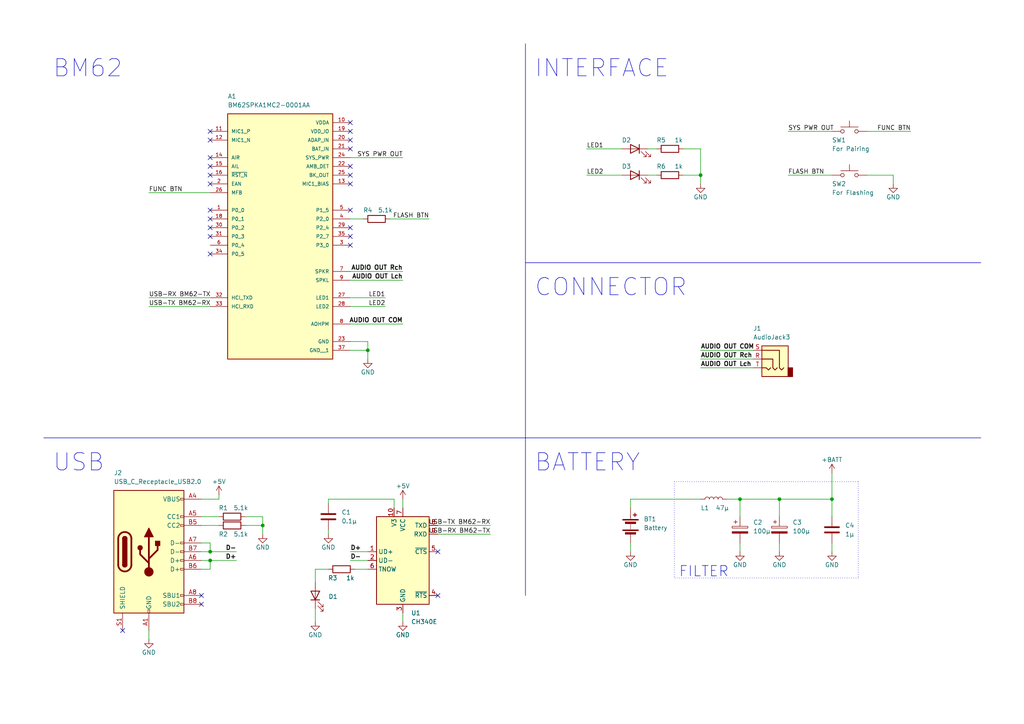
<source format=kicad_sch>
(kicad_sch (version 20230121) (generator eeschema)
  (paper "A4")
  (title_block (date "2023-12-02") (company "shirokuma89dev"))
  (lib_symbols
    (symbol "BM62SPKA1MC2-0001AA:BM62SPKA1MC2-0001AA" (pin_names (offset 1.016))
      (property "Reference" "A" (at -15.2666 36.3855 0))
      (property "Value" "BM62SPKA1MC2-0001AA" (at -15.2703 -38.1708 0))
      (symbol "BM62SPKA1MC2-0001AA_0_0"
        (rectangle (start -15.24 -35.56) (end 15.24 35.56) (stroke (width 0.254)) (fill (type background)))
        (pin bidirectional line (at -20.32 7.62 0) (length 5.08) (name "P0_0") (number "1"))
        (pin power_in line (at 20.32 33.02 180) (length 5.08) (name "VDDA") (number "10"))
        (pin input line (at -20.32 30.48 0) (length 5.08) (name "MIC1_P") (number "11"))
        (pin input line (at -20.32 27.94 0) (length 5.08) (name "MIC1_N") (number "12"))
        (pin power_in line (at 20.32 15.24 180) (length 5.08) (name "MIC1_BIAS") (number "13"))
        (pin input line (at -20.32 22.86 0) (length 5.08) (name "AIR") (number "14"))
        (pin input line (at -20.32 20.32 0) (length 5.08) (name "AIL") (number "15"))
        (pin input line (at -20.32 17.78 0) (length 5.08) (name "~{RST_N}") (number "16"))
        (pin bidirectional line (at -20.32 5.08 0) (length 5.08) (name "P0_1") (number "18"))
        (pin power_in line (at 20.32 30.48 180) (length 5.08) (name "VDD_IO") (number "19"))
        (pin input line (at -20.32 15.24 0) (length 5.08) (name "EAN") (number "2"))
        (pin power_in line (at 20.32 27.94 180) (length 5.08) (name "ADAP_IN") (number "20"))
        (pin power_in line (at 20.32 25.4 180) (length 5.08) (name "BAT_IN") (number "21"))
        (pin power_in line (at 20.32 20.32 180) (length 5.08) (name "AMB_DET") (number "22"))
        (pin power_in line (at 20.32 -30.48 180) (length 5.08) (name "GND") (number "23"))
        (pin power_in line (at 20.32 22.86 180) (length 5.08) (name "SYS_PWR") (number "24"))
        (pin power_in line (at 20.32 17.78 180) (length 5.08) (name "BK_OUT") (number "25"))
        (pin input line (at -20.32 12.7 0) (length 5.08) (name "MFB") (number "26"))
        (pin output line (at 20.32 -17.78 180) (length 5.08) (name "LED1") (number "27"))
        (pin output line (at 20.32 -20.32 180) (length 5.08) (name "LED2") (number "28"))
        (pin bidirectional line (at 20.32 2.54 180) (length 5.08) (name "P2_4") (number "29"))
        (pin bidirectional line (at 20.32 -2.54 180) (length 5.08) (name "P3_0") (number "3"))
        (pin bidirectional line (at -20.32 2.54 0) (length 5.08) (name "P0_2") (number "30"))
        (pin bidirectional line (at -20.32 0 0) (length 5.08) (name "P0_3") (number "31"))
        (pin bidirectional line (at -20.32 -17.78 0) (length 5.08) (name "HCI_TXD") (number "32"))
        (pin bidirectional line (at -20.32 -20.32 0) (length 5.08) (name "HCI_RXD") (number "33"))
        (pin bidirectional line (at -20.32 -5.08 0) (length 5.08) (name "P0_5") (number "34"))
        (pin bidirectional line (at 20.32 0 180) (length 5.08) (name "P2_7") (number "35"))
        (pin power_in line (at 20.32 -33.02 180) (length 5.08) (name "GND__1") (number "37"))
        (pin bidirectional line (at 20.32 5.08 180) (length 5.08) (name "P2_0") (number "4"))
        (pin bidirectional line (at 20.32 7.62 180) (length 5.08) (name "P1_5") (number "5"))
        (pin bidirectional line (at -20.32 -2.54 0) (length 5.08) (name "P0_4") (number "6"))
        (pin output line (at 20.32 -10.16 180) (length 5.08) (name "SPKR") (number "7"))
        (pin output line (at 20.32 -25.4 180) (length 5.08) (name "AOHPM") (number "8"))
        (pin output line (at 20.32 -12.7 180) (length 5.08) (name "SPKL") (number "9"))
      )
    )
    (symbol "Connector:USB_C_Receptacle_USB2.0" (pin_names (offset 1.016))
      (property "Reference" "J" (at -10.16 19.05 0))
      (property "Value" "USB_C_Receptacle_USB2.0" (at 19.05 19.05 0))
      (symbol "USB_C_Receptacle_USB2.0_0_0"
        (rectangle (start -0.254 -17.78) (end 0.254 -16.764))
        (rectangle (start 10.16 -14.986) (end 9.144 -15.494))
        (rectangle (start 10.16 -12.446) (end 9.144 -12.954))
        (rectangle (start 10.16 -4.826) (end 9.144 -5.334))
        (rectangle (start 10.16 -2.286) (end 9.144 -2.794))
        (rectangle (start 10.16 0.254) (end 9.144 -0.254))
        (rectangle (start 10.16 2.794) (end 9.144 2.286))
        (rectangle (start 10.16 7.874) (end 9.144 7.366))
        (rectangle (start 10.16 10.414) (end 9.144 9.906))
        (rectangle (start 10.16 15.494) (end 9.144 14.986))
      )
      (symbol "USB_C_Receptacle_USB2.0_0_1"
        (rectangle (start -10.16 17.78) (end 10.16 -17.78) (stroke (width 0.254)) (fill (type background)))
        (arc (start -8.89 -3.81) (mid -6.985 -5.7067) (end -5.08 -3.81) (stroke (width 0.508)))
        (arc (start -7.62 -3.81) (mid -6.985 -4.4423) (end -6.35 -3.81) (stroke (width 0.254)))
        (arc (start -7.62 -3.81) (mid -6.985 -4.4423) (end -6.35 -3.81) (stroke (width 0.254)) (fill (type outline)))
        (rectangle (start -7.62 -3.81) (end -6.35 3.81) (stroke (width 0.254)) (fill (type outline)))
        (arc (start -6.35 3.81) (mid -6.985 4.4423) (end -7.62 3.81) (stroke (width 0.254)))
        (arc (start -6.35 3.81) (mid -6.985 4.4423) (end -7.62 3.81) (stroke (width 0.254)) (fill (type outline)))
        (arc (start -5.08 3.81) (mid -6.985 5.7067) (end -8.89 3.81) (stroke (width 0.508)))
        (circle (center -2.54 1.143) (radius 0.635) (stroke (width 0.254)) (fill (type outline)))
        (circle (center 0 -5.842) (radius 1.27) (fill (type outline)))
        (polyline (pts (xy -8.89 -3.81) (xy -8.89 3.81)) (stroke (width 0.508)))
        (polyline (pts (xy -5.08 3.81) (xy -5.08 -3.81)) (stroke (width 0.508)))
        (polyline (pts (xy 0 -5.842) (xy 0 4.318)) (stroke (width 0.508)))
        (polyline (pts (xy 0 -3.302) (xy -2.54 -0.762) (xy -2.54 0.508)) (stroke (width 0.508)))
        (polyline (pts (xy 0 -2.032) (xy 2.54 0.508) (xy 2.54 1.778)) (stroke (width 0.508)))
        (polyline (pts (xy -1.27 4.318) (xy 0 6.858) (xy 1.27 4.318) (xy -1.27 4.318)) (stroke (width 0.254)) (fill (type outline)))
        (rectangle (start 1.905 1.778) (end 3.175 3.048) (stroke (width 0.254)) (fill (type outline)))
      )
      (symbol "USB_C_Receptacle_USB2.0_1_1"
        (pin passive line (at 0 -22.86 90) (length 5.08) (name "GND") (number "A1"))
        (pin passive line (at 0 -22.86 90) (length 5.08) hide (name "GND") (number "A12"))
        (pin passive line (at 15.24 15.24 180) (length 5.08) (name "VBUS") (number "A4"))
        (pin bidirectional line (at 15.24 10.16 180) (length 5.08) (name "CC1") (number "A5"))
        (pin bidirectional line (at 15.24 -2.54 180) (length 5.08) (name "D+") (number "A6"))
        (pin bidirectional line (at 15.24 2.54 180) (length 5.08) (name "D-") (number "A7"))
        (pin bidirectional line (at 15.24 -12.7 180) (length 5.08) (name "SBU1") (number "A8"))
        (pin passive line (at 15.24 15.24 180) (length 5.08) hide (name "VBUS") (number "A9"))
        (pin passive line (at 0 -22.86 90) (length 5.08) hide (name "GND") (number "B1"))
        (pin passive line (at 0 -22.86 90) (length 5.08) hide (name "GND") (number "B12"))
        (pin passive line (at 15.24 15.24 180) (length 5.08) hide (name "VBUS") (number "B4"))
        (pin bidirectional line (at 15.24 7.62 180) (length 5.08) (name "CC2") (number "B5"))
        (pin bidirectional line (at 15.24 -5.08 180) (length 5.08) (name "D+") (number "B6"))
        (pin bidirectional line (at 15.24 0 180) (length 5.08) (name "D-") (number "B7"))
        (pin bidirectional line (at 15.24 -15.24 180) (length 5.08) (name "SBU2") (number "B8"))
        (pin passive line (at 15.24 15.24 180) (length 5.08) hide (name "VBUS") (number "B9"))
        (pin passive line (at -7.62 -22.86 90) (length 5.08) (name "SHIELD") (number "S1"))
      )
    )
    (symbol "Connector_Audio:AudioJack3"
      (property "Reference" "J" (at 0 8.89 0))
      (property "Value" "AudioJack3" (at 0 6.35 0))
      (symbol "AudioJack3_0_1"
        (rectangle (start -5.08 -5.08) (end -6.35 -2.54) (stroke (width 0.254)) (fill (type outline)))
        (polyline (pts (xy 0 -2.54) (xy 0.635 -3.175) (xy 1.27 -2.54) (xy 2.54 -2.54)) (stroke (width 0.254)))
        (polyline (pts (xy -1.905 -2.54) (xy -1.27 -3.175) (xy -0.635 -2.54) (xy -0.635 0) (xy 2.54 0)) (stroke (width 0.254)))
        (polyline (pts (xy 2.54 2.54) (xy -2.54 2.54) (xy -2.54 -2.54) (xy -3.175 -3.175) (xy -3.81 -2.54)) (stroke (width 0.254)))
        (rectangle (start 2.54 3.81) (end -5.08 -5.08) (stroke (width 0.254)) (fill (type background)))
      )
      (symbol "AudioJack3_1_1"
        (pin passive line (at 5.08 0 180) (length 2.54) (name "~") (number "R"))
        (pin passive line (at 5.08 2.54 180) (length 2.54) (name "~") (number "S"))
        (pin passive line (at 5.08 -2.54 180) (length 2.54) (name "~") (number "T"))
      )
    )
    (symbol "Device:Battery" (pin_numbers hide) (pin_names (offset 0) hide)
      (property "Reference" "BT" (at 2.54 2.54 0))
      (property "Value" "Battery" (at 2.54 0 0))
      (symbol "Battery_0_1"
        (rectangle (start -2.286 -1.27) (end 2.286 -1.524) (fill (type outline)))
        (rectangle (start -2.286 1.778) (end 2.286 1.524) (fill (type outline)))
        (rectangle (start -1.524 -2.032) (end 1.524 -2.54) (fill (type outline)))
        (rectangle (start -1.524 1.016) (end 1.524 0.508) (fill (type outline)))
        (polyline (pts (xy 0 -1.016) (xy 0 -0.762)))
        (polyline (pts (xy 0 -0.508) (xy 0 -0.254)))
        (polyline (pts (xy 0 0) (xy 0 0.254)))
        (polyline (pts (xy 0 1.778) (xy 0 2.54)))
        (polyline (pts (xy 0.762 3.048) (xy 1.778 3.048)) (stroke (width 0.254)))
        (polyline (pts (xy 1.27 3.556) (xy 1.27 2.54)) (stroke (width 0.254)))
      )
      (symbol "Battery_1_1"
        (pin passive line (at 0 5.08 270) (length 2.54) (name "+") (number "1"))
        (pin passive line (at 0 -5.08 90) (length 2.54) (name "-") (number "2"))
      )
    )
    (symbol "Device:C" (pin_numbers hide) (pin_names (offset 0.254))
      (property "Reference" "C" (at 0.635 2.54 0))
      (property "Value" "C" (at 0.635 -2.54 0))
      (symbol "C_0_1"
        (polyline (pts (xy -2.032 -0.762) (xy 2.032 -0.762)) (stroke (width 0.508)))
        (polyline (pts (xy -2.032 0.762) (xy 2.032 0.762)) (stroke (width 0.508)))
      )
      (symbol "C_1_1"
        (pin passive line (at 0 3.81 270) (length 2.794) (name "~") (number "1"))
        (pin passive line (at 0 -3.81 90) (length 2.794) (name "~") (number "2"))
      )
    )
    (symbol "Device:C_Polarized" (pin_numbers hide) (pin_names (offset 0.254))
      (property "Reference" "C" (at 0.635 2.54 0))
      (property "Value" "C_Polarized" (at 0.635 -2.54 0))
      (symbol "C_Polarized_0_1"
        (rectangle (start -2.286 0.508) (end 2.286 1.016))
        (polyline (pts (xy -1.778 2.286) (xy -0.762 2.286)))
        (polyline (pts (xy -1.27 2.794) (xy -1.27 1.778)))
        (rectangle (start 2.286 -0.508) (end -2.286 -1.016) (fill (type outline)))
      )
      (symbol "C_Polarized_1_1"
        (pin passive line (at 0 3.81 270) (length 2.794) (name "~") (number "1"))
        (pin passive line (at 0 -3.81 90) (length 2.794) (name "~") (number "2"))
      )
    )
    (symbol "Device:L" (pin_numbers hide) (pin_names (offset 1.016) hide)
      (property "Reference" "L" (at -1.27 0 90))
      (property "Value" "L" (at 1.905 0 90))
      (symbol "L_0_1"
        (arc (start 0 -2.54) (mid 0.6323 -1.905) (end 0 -1.27))
        (arc (start 0 -1.27) (mid 0.6323 -0.635) (end 0 0))
        (arc (start 0 0) (mid 0.6323 0.635) (end 0 1.27))
        (arc (start 0 1.27) (mid 0.6323 1.905) (end 0 2.54))
      )
      (symbol "L_1_1"
        (pin passive line (at 0 3.81 270) (length 1.27) (name "1") (number "1"))
        (pin passive line (at 0 -3.81 90) (length 1.27) (name "2") (number "2"))
      )
    )
    (symbol "Device:LED" (pin_numbers hide) (pin_names (offset 1.016) hide)
      (property "Reference" "D" (at 0 2.54 0))
      (property "Value" "LED" (at 0 -2.54 0))
      (symbol "LED_0_1"
        (polyline (pts (xy -1.27 -1.27) (xy -1.27 1.27)) (stroke (width 0.254)))
        (polyline (pts (xy -1.27 0) (xy 1.27 0)))
        (polyline (pts (xy 1.27 -1.27) (xy 1.27 1.27) (xy -1.27 0) (xy 1.27 -1.27)) (stroke (width 0.254)))
        (polyline (pts (xy -3.048 -0.762) (xy -4.572 -2.286) (xy -3.81 -2.286) (xy -4.572 -2.286) (xy -4.572 -1.524)))
        (polyline (pts (xy -1.778 -0.762) (xy -3.302 -2.286) (xy -2.54 -2.286) (xy -3.302 -2.286) (xy -3.302 -1.524)))
      )
      (symbol "LED_1_1"
        (pin passive line (at -3.81 0 0) (length 2.54) (name "K") (number "1"))
        (pin passive line (at 3.81 0 180) (length 2.54) (name "A") (number "2"))
      )
    )
    (symbol "Device:R" (pin_numbers hide) (pin_names (offset 0))
      (property "Reference" "R" (at 2.032 0 90))
      (property "Value" "R" (at 0 0 90))
      (symbol "R_0_1"
        (rectangle (start -1.016 -2.54) (end 1.016 2.54) (stroke (width 0.254)))
      )
      (symbol "R_1_1"
        (pin passive line (at 0 3.81 270) (length 1.27) (name "~") (number "1"))
        (pin passive line (at 0 -3.81 90) (length 1.27) (name "~") (number "2"))
      )
    )
    (symbol "Interface_USB:CH340E"
      (property "Reference" "U" (at -5.08 13.97 0))
      (property "Value" "CH340E" (at 1.27 13.97 0))
      (symbol "CH340E_0_1"
        (rectangle (start -7.62 12.7) (end 7.62 -12.7) (stroke (width 0.254)) (fill (type background)))
      )
      (symbol "CH340E_1_1"
        (pin bidirectional line (at -10.16 2.54 0) (length 2.54) (name "UD+") (number "1"))
        (pin passive line (at -2.54 15.24 270) (length 2.54) (name "V3") (number "10"))
        (pin bidirectional line (at -10.16 0 0) (length 2.54) (name "UD-") (number "2"))
        (pin power_in line (at 0 -15.24 90) (length 2.54) (name "GND") (number "3"))
        (pin output line (at 10.16 -10.16 180) (length 2.54) (name "~{RTS}") (number "4"))
        (pin input line (at 10.16 2.54 180) (length 2.54) (name "~{CTS}") (number "5"))
        (pin output line (at -10.16 -2.54 0) (length 2.54) (name "TNOW") (number "6"))
        (pin power_in line (at 0 15.24 270) (length 2.54) (name "VCC") (number "7"))
        (pin output line (at 10.16 10.16 180) (length 2.54) (name "TXD") (number "8"))
        (pin input line (at 10.16 7.62 180) (length 2.54) (name "RXD") (number "9"))
      )
    )
    (symbol "Switch:SW_Push" (pin_numbers hide) (pin_names (offset 1.016) hide)
      (property "Reference" "SW" (at 1.27 2.54 0))
      (property "Value" "SW_Push" (at 0 -1.524 0))
      (symbol "SW_Push_0_1"
        (circle (center -2.032 0) (radius 0.508))
        (polyline (pts (xy 0 1.27) (xy 0 3.048)))
        (polyline (pts (xy 2.54 1.27) (xy -2.54 1.27)))
        (circle (center 2.032 0) (radius 0.508))
        (pin passive line (at -5.08 0 0) (length 2.54) (name "1") (number "1"))
        (pin passive line (at 5.08 0 180) (length 2.54) (name "2") (number "2"))
      )
    )
    (symbol "power:+5V" (power) (pin_names (offset 0))
      (property "Value" "+5V" (at 0 3.556 0))
      (symbol "+5V_0_1"
        (polyline (pts (xy -0.762 1.27) (xy 0 2.54)))
        (polyline (pts (xy 0 0) (xy 0 2.54)))
        (polyline (pts (xy 0 2.54) (xy 0.762 1.27)))
      )
      (symbol "+5V_1_1"
        (pin power_in line (at 0 0 90) (length 0) hide (name "+5V") (number "1"))
      )
    )
    (symbol "power:+BATT" (power) (pin_names (offset 0))
      (property "Value" "+BATT" (at 0 3.556 0))
      (symbol "+BATT_0_1"
        (polyline (pts (xy -0.762 1.27) (xy 0 2.54)))
        (polyline (pts (xy 0 0) (xy 0 2.54)))
        (polyline (pts (xy 0 2.54) (xy 0.762 1.27)))
      )
      (symbol "+BATT_1_1"
        (pin power_in line (at 0 0 90) (length 0) hide (name "+BATT") (number "1"))
      )
    )
    (symbol "power:GND" (power) (pin_names (offset 0))
      (property "Value" "GND" (at 0 -3.81 0))
      (symbol "GND_0_1"
        (polyline (pts (xy 0 0) (xy 0 -1.27) (xy 1.27 -1.27) (xy 0 -2.54) (xy -1.27 -1.27) (xy 0 -1.27)))
      )
      (symbol "GND_1_1"
        (pin power_in line (at 0 0 270) (length 0) hide (name "GND") (number "1"))
      )
    )
  )
  (junction (at 106.68 101.6))
  (junction (at 60.96 160.02))
  (junction (at 214.63 144.78))
  (junction (at 76.2 152.4))
  (junction (at 226.06 144.78))
  (junction (at 60.96 162.56))
  (junction (at 203.2 50.8))
  (junction (at 241.3 144.78))
  (no_connect (at 60.96 48.26))
  (no_connect (at 101.6 60.96))
  (no_connect (at 60.96 60.96))
  (no_connect (at 60.96 40.64))
  (no_connect (at 101.6 40.64))
  (no_connect (at 101.6 66.04))
  (no_connect (at 60.96 53.34))
  (no_connect (at 60.96 38.1))
  (no_connect (at 101.6 43.18))
  (no_connect (at 58.42 172.72))
  (no_connect (at 60.96 63.5))
  (no_connect (at 60.96 66.04))
  (no_connect (at 60.96 68.58))
  (no_connect (at 101.6 53.34))
  (no_connect (at 127 160.02))
  (no_connect (at 60.96 45.72))
  (no_connect (at 101.6 68.58))
  (no_connect (at 101.6 50.8))
  (no_connect (at 101.6 38.1))
  (no_connect (at 60.96 50.8))
  (no_connect (at 58.42 175.26))
  (no_connect (at 101.6 35.56))
  (no_connect (at 35.56 182.88))
  (no_connect (at 127 172.72))
  (no_connect (at 101.6 71.12))
  (no_connect (at 101.6 48.26))
  (no_connect (at 60.96 73.66))
  (wire (pts (xy 101.6 63.5) (xy 105.41 63.5)))
  (wire (pts (xy 101.6 45.72) (xy 116.84 45.72)))
  (wire (pts (xy 228.6 50.8) (xy 241.3 50.8)))
  (wire (pts (xy 214.63 149.86) (xy 214.63 144.78)))
  (wire (pts (xy 218.44 104.14) (xy 203.2 104.14)))
  (wire (pts (xy 101.6 81.28) (xy 116.84 81.28)))
  (wire (pts (xy 116.84 177.8) (xy 116.84 180.34)))
  (polyline (pts (xy 248.92 139.7) (xy 248.92 167.64)) (stroke (width 0) (type dot)))
  (wire (pts (xy 259.08 50.8) (xy 251.46 50.8)))
  (wire (pts (xy 106.68 99.06) (xy 106.68 101.6)))
  (wire (pts (xy 101.6 86.36) (xy 111.76 86.36)))
  (polyline (pts (xy 152.4 76.2) (xy 284.48 76.2)))
  (wire (pts (xy 241.3 149.86) (xy 241.3 144.78)))
  (wire (pts (xy 170.18 43.18) (xy 180.34 43.18)))
  (wire (pts (xy 43.18 55.88) (xy 60.96 55.88)))
  (polyline (pts (xy 195.58 139.7) (xy 195.58 167.64)) (stroke (width 0) (type dot)))
  (wire (pts (xy 91.44 168.91) (xy 91.44 165.1)))
  (wire (pts (xy 76.2 152.4) (xy 76.2 149.86)))
  (wire (pts (xy 203.2 43.18) (xy 203.2 50.8)))
  (wire (pts (xy 91.44 165.1) (xy 95.25 165.1)))
  (wire (pts (xy 226.06 149.86) (xy 226.06 144.78)))
  (wire (pts (xy 76.2 152.4) (xy 76.2 154.94)))
  (wire (pts (xy 170.18 50.8) (xy 180.34 50.8)))
  (wire (pts (xy 102.87 165.1) (xy 106.68 165.1)))
  (wire (pts (xy 101.6 78.74) (xy 116.84 78.74)))
  (wire (pts (xy 60.96 162.56) (xy 60.96 165.1)))
  (wire (pts (xy 228.6 38.1) (xy 241.3 38.1)))
  (wire (pts (xy 114.3 147.32) (xy 114.3 144.78)))
  (wire (pts (xy 241.3 157.48) (xy 241.3 160.02)))
  (wire (pts (xy 58.42 144.78) (xy 63.5 144.78)))
  (wire (pts (xy 182.88 144.78) (xy 203.2 144.78)))
  (wire (pts (xy 251.46 38.1) (xy 264.16 38.1)))
  (wire (pts (xy 95.25 153.67) (xy 95.25 154.94)))
  (wire (pts (xy 58.42 165.1) (xy 60.96 165.1)))
  (polyline (pts (xy 152.4 127) (xy 152.4 172.72)))
  (wire (pts (xy 60.96 162.56) (xy 68.58 162.56)))
  (wire (pts (xy 60.96 160.02) (xy 68.58 160.02)))
  (wire (pts (xy 203.2 50.8) (xy 203.2 53.34)))
  (polyline (pts (xy 248.92 167.64) (xy 195.58 167.64)) (stroke (width 0) (type dot)))
  (wire (pts (xy 106.68 101.6) (xy 106.68 104.14)))
  (wire (pts (xy 58.42 157.48) (xy 60.96 157.48)))
  (wire (pts (xy 226.06 144.78) (xy 241.3 144.78)))
  (wire (pts (xy 101.6 162.56) (xy 106.68 162.56)))
  (wire (pts (xy 218.44 101.6) (xy 203.2 101.6)))
  (wire (pts (xy 101.6 93.98) (xy 116.84 93.98)))
  (wire (pts (xy 71.12 149.86) (xy 76.2 149.86)))
  (wire (pts (xy 198.12 50.8) (xy 203.2 50.8)))
  (wire (pts (xy 127 152.4) (xy 142.24 152.4)))
  (polyline (pts (xy 152.4 12.7) (xy 152.4 127)))
  (wire (pts (xy 116.84 144.78) (xy 116.84 147.32)))
  (wire (pts (xy 95.25 144.78) (xy 95.25 146.05)))
  (wire (pts (xy 182.88 157.48) (xy 182.88 160.02)))
  (wire (pts (xy 113.03 63.5) (xy 124.46 63.5)))
  (wire (pts (xy 101.6 88.9) (xy 111.76 88.9)))
  (wire (pts (xy 58.42 160.02) (xy 60.96 160.02)))
  (wire (pts (xy 241.3 137.16) (xy 241.3 144.78)))
  (wire (pts (xy 198.12 43.18) (xy 203.2 43.18)))
  (wire (pts (xy 101.6 160.02) (xy 106.68 160.02)))
  (wire (pts (xy 114.3 144.78) (xy 95.25 144.78)))
  (wire (pts (xy 58.42 162.56) (xy 60.96 162.56)))
  (wire (pts (xy 91.44 176.53) (xy 91.44 180.34)))
  (wire (pts (xy 127 154.94) (xy 142.24 154.94)))
  (wire (pts (xy 214.63 144.78) (xy 226.06 144.78)))
  (wire (pts (xy 43.18 88.9) (xy 60.96 88.9)))
  (wire (pts (xy 187.96 50.8) (xy 190.5 50.8)))
  (wire (pts (xy 71.12 152.4) (xy 76.2 152.4)))
  (wire (pts (xy 226.06 157.48) (xy 226.06 160.02)))
  (wire (pts (xy 210.82 144.78) (xy 214.63 144.78)))
  (wire (pts (xy 101.6 101.6) (xy 106.68 101.6)))
  (wire (pts (xy 101.6 99.06) (xy 106.68 99.06)))
  (wire (pts (xy 182.88 147.32) (xy 182.88 144.78)))
  (wire (pts (xy 60.96 157.48) (xy 60.96 160.02)))
  (wire (pts (xy 63.5 143.51) (xy 63.5 144.78)))
  (wire (pts (xy 187.96 43.18) (xy 190.5 43.18)))
  (wire (pts (xy 43.18 86.36) (xy 60.96 86.36)))
  (wire (pts (xy 259.08 53.34) (xy 259.08 50.8)))
  (wire (pts (xy 214.63 157.48) (xy 214.63 160.02)))
  (polyline (pts (xy 12.7 127) (xy 284.48 127)))
  (wire (pts (xy 58.42 149.86) (xy 63.5 149.86)))
  (wire (pts (xy 58.42 152.4) (xy 63.5 152.4)))
  (polyline (pts (xy 195.58 139.7) (xy 248.92 139.7)) (stroke (width 0) (type dot)))
  (wire (pts (xy 43.18 182.88) (xy 43.18 185.42)))
  (wire (pts (xy 218.44 106.68) (xy 203.2 106.68)))
  (text "CONNECTOR" (at 154.94 86.36 0) (effects (font (size 5 5)) (justify left bottom)))
  (text "FILTER" (at 196.85 167.64 0) (effects (font (size 3 3)) (justify left bottom)))
  (text "INTERFACE" (at 154.94 22.86 0) (effects (font (size 5 5)) (justify left bottom)))
  (text "BATTERY" (at 154.94 137.16 0) (effects (font (size 5 5)) (justify left bottom)))
  (text "BM62" (at 15.24 22.86 0) (effects (font (size 5 5)) (justify left bottom)))
  (text "USB" (at 15.24 137.16 0) (effects (font (size 5 5)) (justify left bottom)))
  (label "AUDIO OUT COM" (at 203.2 101.6 0) (effects (font (thickness 0.254) bold)))
  (label "D-" (at 68.58 160.02 180) (effects (font (thickness 0.254) bold)))
  (label "AUDIO OUT Lch" (at 203.2 106.68 0) (effects (font (thickness 0.254) bold)))
  (label "USB-TX BM62-RX" (at 43.18 88.9 0))
  (label "AUDIO OUT Rch" (at 203.2 104.14 0) (effects (font (thickness 0.254) bold)))
  (label "SYS PWR OUT" (at 228.6 38.1 0))
  (label "FUNC BTN" (at 264.16 38.1 180))
  (label "USB-RX BM62-TX" (at 142.24 154.94 180))
  (label "USB-RX BM62-TX" (at 43.18 86.36 0))
  (label "D-" (at 101.6 162.56 0) (effects (font bold)))
  (label "LED2" (at 111.76 88.9 180))
  (label "USB-TX BM62-RX" (at 142.24 152.4 180))
  (label "AUDIO OUT Lch" (at 116.84 81.28 180) (effects (font (thickness 0.254) bold)))
  (label "D+" (at 68.58 162.56 180) (effects (font (thickness 0.254) bold)))
  (label "FUNC BTN" (at 43.18 55.88 0))
  (label "AUDIO OUT Rch" (at 116.84 78.74 180) (effects (font (thickness 0.254) bold)))
  (label "D+" (at 101.6 160.02 0) (effects (font bold)))
  (label "SYS PWR OUT" (at 116.84 45.72 180))
  (label "LED1" (at 111.76 86.36 180))
  (label "FLASH BTN" (at 228.6 50.8 0))
  (label "LED1" (at 170.18 43.18 0))
  (label "AUDIO OUT COM" (at 116.84 93.98 180) (effects (font (thickness 0.254) bold)))
  (label "FLASH BTN" (at 124.46 63.5 180))
  (label "LED2" (at 170.18 50.8 0))
  (symbol (lib_id "power:GND") (at 116.84 180.34 0) (unit 1)
    (property "Reference" "#PWR06" (effects hide))
    (property "Value" "GND" (at 116.84 184.15 0))
  )
  (symbol (lib_id "Device:R") (at 99.06 165.1 90) (unit 1)
    (property "Reference" "R3" (at 96.52 167.64 90))
    (property "Value" "1k" (at 101.6 167.64 90))
    (property "Footprint" "Resistor_SMD:R_0603_1608Metric" (effects hide))
  )
  (symbol (lib_id "power:GND") (at 76.2 154.94 0) (unit 1)
    (property "Reference" "#PWR03" (effects hide))
    (property "Value" "GND" (at 76.2 158.75 0))
  )
  (symbol (lib_id "Interface_USB:CH340E") (at 116.84 162.56 0) (unit 1)
    (property "Reference" "U1" (at 119.2329 177.8 0) (effects (justify left)))
    (property "Value" "CH340E" (at 119.2329 180.34 0) (effects (justify left)))
    (property "Footprint" "Package_SO:MSOP-10_3x3mm_P0.5mm" (effects hide))
    (property "Datasheet" "https://www.mpja.com/download/35227cpdata.pdf" (effects hide))
  )
  (symbol (lib_id "power:GND") (at 91.44 180.34 0) (unit 1)
    (property "Reference" "#PWR07" (effects hide))
    (property "Value" "GND" (at 91.44 184.15 0))
  )
  (symbol (lib_id "Switch:SW_Push") (at 246.38 50.8 0) (unit 1)
    (property "Reference" "SW2" (at 241.3 53.34 0) (effects (justify left)))
    (property "Value" "For Flashing" (at 241.3 55.88 0) (effects (justify left)))
  )
  (symbol (lib_id "Device:LED") (at 91.44 172.72 90) (unit 1)
    (property "Reference" "D1" (at 95.25 173.0375 90) (effects (justify right)))
    (property "Value" "WHITE" (effects hide))
    (property "Footprint" "LED_SMD:LED_0603_1608Metric" (effects hide))
  )
  (symbol (lib_id "Device:C") (at 241.3 153.67 0) (unit 1)
    (property "Reference" "C4" (at 245.11 152.4 0) (effects (justify left)))
    (property "Value" "1µ" (at 245.11 154.94 0) (effects (justify left)))
    (property "Footprint" "Capacitor_SMD:C_0603_1608Metric" (effects hide))
  )
  (symbol (lib_id "power:+BATT") (at 241.3 137.16 0) (unit 1)
    (property "Reference" "#PWR013" (effects hide))
    (property "Value" "+BATT" (at 241.3 133.35 0))
  )
  (symbol (lib_id "Switch:SW_Push") (at 246.38 38.1 0) (unit 1)
    (property "Reference" "SW1" (at 241.3 40.64 0) (effects (justify left)))
    (property "Value" "For Pairing" (at 241.3 43.18 0) (effects (justify left)))
  )
  (symbol (lib_id "Device:LED") (at 184.15 50.8 0) (mirror y) (unit 1)
    (property "Reference" "D3" (at 180.34 48.26 0) (effects (justify right)))
    (property "Value" "WHITE" (effects hide))
    (property "Footprint" "LED_SMD:LED_0603_1608Metric" (effects hide))
  )
  (symbol (lib_id "Device:C_Polarized") (at 214.63 153.67 0) (unit 1)
    (property "Reference" "C2" (at 218.44 151.511 0) (effects (justify left)))
    (property "Value" "100µ" (at 218.44 154.051 0) (effects (justify left)))
    (property "Footprint" "Capacitor_THT:CP_Radial_D6.3mm_P2.50mm" (effects hide))
    (property "Datasheet" "https://akizukidenshi.com/catalog/g/gP-08377/" (effects hide))
  )
  (symbol (lib_id "Connector_Audio:AudioJack3") (at 223.52 104.14 0) (mirror y) (unit 1)
    (property "Reference" "J1" (at 218.44 95.25 0) (effects (justify right)))
    (property "Value" "AudioJack3" (at 218.44 97.79 0) (effects (justify right)))
    (property "Footprint" "Connector_Audio:Jack_3.5mm_Lumberg_1503_07_Horizontal" (effects hide))
  )
  (symbol (lib_id "power:+5V") (at 116.84 144.78 0) (unit 1)
    (property "Reference" "#PWR04" (effects hide))
    (property "Value" "+5V" (at 116.84 140.97 0))
  )
  (symbol (lib_id "Device:L") (at 207.01 144.78 90) (unit 1)
    (property "Reference" "L1" (at 204.47 147.32 90))
    (property "Value" "47µ" (at 209.55 147.32 90))
    (property "Footprint" "Inductor_SMD:L_6.3x6.3_H3" (effects hide))
    (property "Datasheet" "https://www.marutsu.co.jp/pc/i/41732/" (effects hide))
  )
  (symbol (lib_id "power:GND") (at 182.88 160.02 0) (unit 1)
    (property "Reference" "#PWR09" (effects hide))
    (property "Value" "GND" (at 182.88 163.83 0))
  )
  (symbol (lib_id "power:GND") (at 241.3 160.02 0) (unit 1)
    (property "Reference" "#PWR012" (effects hide))
    (property "Value" "GND" (at 241.3 163.83 0))
  )
  (symbol (lib_id "power:GND") (at 203.2 53.34 0) (unit 1)
    (property "Reference" "#PWR015" (effects hide))
    (property "Value" "GND" (at 203.2 57.15 0))
  )
  (symbol (lib_id "power:GND") (at 95.25 154.94 0) (unit 1)
    (property "Reference" "#PWR05" (effects hide))
    (property "Value" "GND" (at 95.25 158.75 0))
  )
  (symbol (lib_id "power:GND") (at 226.06 160.02 0) (unit 1)
    (property "Reference" "#PWR011" (effects hide))
    (property "Value" "GND" (at 226.06 163.83 0))
  )
  (symbol (lib_id "Device:LED") (at 184.15 43.18 0) (mirror y) (unit 1)
    (property "Reference" "D2" (at 180.34 40.64 0) (effects (justify right)))
    (property "Value" "WHITE" (effects hide))
    (property "Footprint" "LED_SMD:LED_0603_1608Metric" (effects hide))
  )
  (symbol (lib_id "power:GND") (at 106.68 104.14 0) (unit 1)
    (property "Reference" "#PWR08" (effects hide))
    (property "Value" "GND" (at 106.68 107.95 0))
  )
  (symbol (lib_id "power:GND") (at 214.63 160.02 0) (unit 1)
    (property "Reference" "#PWR010" (effects hide))
    (property "Value" "GND" (at 214.63 163.83 0))
  )
  (symbol (lib_id "Device:R") (at 109.22 63.5 90) (unit 1)
    (property "Reference" "R4" (at 106.68 60.96 90))
    (property "Value" "5.1k" (at 111.76 60.96 90))
    (property "Footprint" "Resistor_SMD:R_0603_1608Metric" (effects hide))
  )
  (symbol (lib_id "power:+5V") (at 63.5 143.51 0) (unit 1)
    (property "Reference" "#PWR02" (effects hide))
    (property "Value" "+5V" (at 63.5 139.7 0))
  )
  (symbol (lib_id "Device:Battery") (at 182.88 152.4 0) (unit 1)
    (property "Reference" "BT1" (at 186.69 150.5585 0) (effects (justify left)))
    (property "Value" "Battery" (at 186.69 153.0985 0) (effects (justify left)))
    (property "Datasheet" "https://www.marutsu.co.jp/pc/i/836349/" (effects hide))
  )
  (symbol (lib_id "power:GND") (at 43.18 185.42 0) (unit 1)
    (property "Reference" "#PWR01" (effects hide))
    (property "Value" "GND" (at 43.18 189.23 0))
  )
  (symbol (lib_id "Device:R") (at 194.31 50.8 90) (unit 1)
    (property "Reference" "R6" (at 191.77 48.26 90))
    (property "Value" "1k" (at 196.85 48.26 90))
    (property "Footprint" "Resistor_SMD:R_0603_1608Metric" (effects hide))
  )
  (symbol (lib_id "Device:R") (at 67.31 152.4 90) (unit 1)
    (property "Reference" "R2" (at 64.77 154.94 90))
    (property "Value" "5.1k" (at 69.85 154.94 90))
    (property "Footprint" "Resistor_SMD:R_0603_1608Metric" (effects hide))
  )
  (symbol (lib_id "Device:C_Polarized") (at 226.06 153.67 0) (unit 1)
    (property "Reference" "C3" (at 229.87 151.511 0) (effects (justify left)))
    (property "Value" "100µ" (at 229.87 154.051 0) (effects (justify left)))
    (property "Footprint" "Capacitor_THT:CP_Radial_D6.3mm_P2.50mm" (effects hide))
    (property "Datasheet" "https://akizukidenshi.com/catalog/g/gP-08377/" (effects hide))
  )
  (symbol (lib_id "Device:R") (at 194.31 43.18 90) (unit 1)
    (property "Reference" "R5" (at 191.77 40.64 90))
    (property "Value" "1k" (at 196.85 40.64 90))
    (property "Footprint" "Resistor_SMD:R_0603_1608Metric" (effects hide))
  )
  (symbol (lib_id "power:GND") (at 259.08 53.34 0) (unit 1)
    (property "Reference" "#PWR014" (effects hide))
    (property "Value" "GND" (at 259.08 57.15 0))
  )
  (symbol (lib_id "Device:C") (at 95.25 149.86 0) (unit 1)
    (property "Reference" "C1" (at 99.06 148.59 0) (effects (justify left)))
    (property "Value" "0.1µ" (at 99.06 151.13 0) (effects (justify left)))
    (property "Footprint" "Capacitor_SMD:C_0603_1608Metric" (effects hide))
  )
  (symbol (lib_id "Device:R") (at 67.31 149.86 90) (unit 1)
    (property "Reference" "R1" (at 64.77 147.32 90))
    (property "Value" "5.1k" (at 69.85 147.32 90))
    (property "Footprint" "Resistor_SMD:R_0603_1608Metric" (effects hide))
  )
  (symbol (lib_id "BM62SPKA1MC2-0001AA:BM62SPKA1MC2-0001AA") (at 81.28 68.58 0) (unit 1)
    (property "Reference" "A1" (at 66.04 27.94 0) (effects (justify left)))
    (property "Value" "BM62SPKA1MC2-0001AA" (at 66.04 30.48 0) (effects (justify left)))
    (property "Footprint" "BM62SPKA1MC2_0001AA:MICROCHIP_BM62SPKA1MC2-0001AA" (effects hide))
    (property "PARTREV" "D" (effects hide))
    (property "STANDARD" "MANUFACTURER RECOMMENDATIONS" (effects hide))
    (property "MANUFACTURER" "MICROCHIP" (effects hide))
  )
  (symbol (lib_id "Connector:USB_C_Receptacle_USB2.0") (at 43.18 160.02 0) (unit 1)
    (property "Reference" "J2" (at 33.02 137.16 0) (effects (justify left)))
    (property "Value" "USB_C_Receptacle_USB2.0" (at 33.02 139.7 0) (effects (justify left)))
    (property "Footprint" "Connector_USB:USB_C_Receptacle_Palconn_UTC16-G" (effects hide))
    (property "Datasheet" "https://www.usb.org/sites/default/files/documents/usb_type-c.zip" (effects hide))
  )
)
</source>
